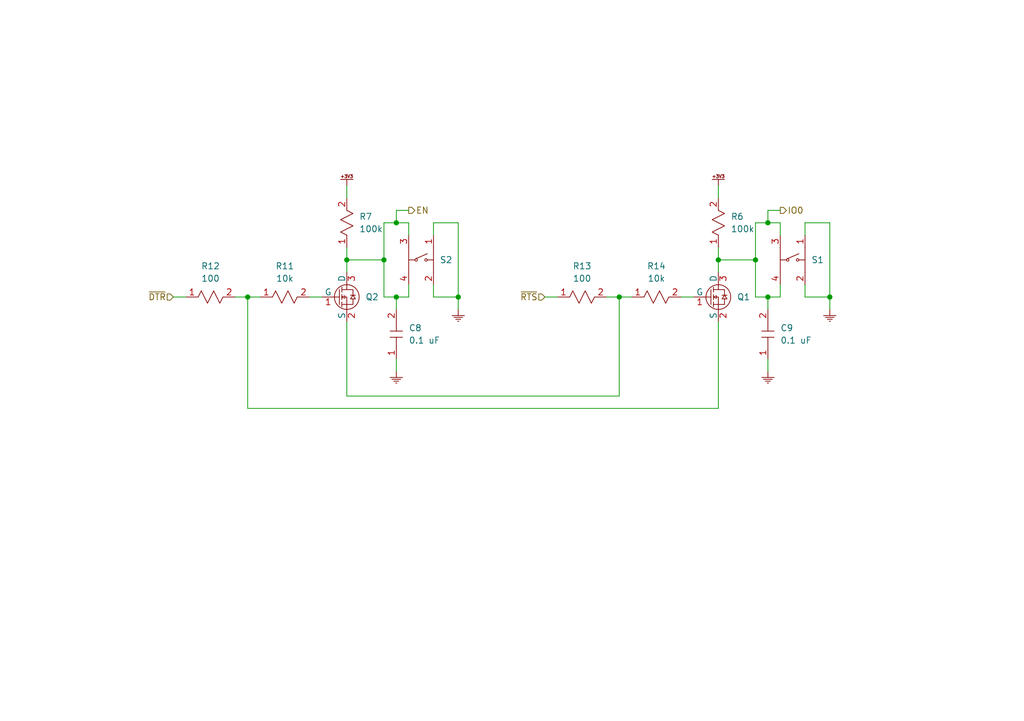
<source format=kicad_sch>
(kicad_sch (version 20230121) (generator eeschema)
  (paper "A5")
  (lib_symbols
    (symbol "BSS816NWH6327XTSA1_1" (pin_names (offset 0))
      (property "Reference" "Q" (at 0 0 0))
      (symbol "BSS816NWH6327XTSA1_1_0_1"
        (polyline (pts (xy 2.54 5.08) (xy 3.556 5.08)))
        (polyline (pts (xy 3.556 6.604) (xy 3.556 3.556)))
        (polyline (pts (xy 4.064 3.048) (xy 4.064 4.064)))
        (polyline (pts (xy 4.064 3.556) (xy 5.08 3.556)))
        (polyline (pts (xy 4.064 5.588) (xy 4.064 4.572)))
        (polyline (pts (xy 4.064 7.112) (xy 4.064 6.096)))
        (polyline (pts (xy 5.842 5.461) (xy 6.858 5.461)))
        (polyline (pts (xy 4.064 6.604) (xy 5.08 6.604) (xy 5.08 7.62)))
        (polyline (pts (xy 4.699 5.08) (xy 5.08 5.08) (xy 5.08 2.54)))
        (polyline (pts (xy 5.08 3.556) (xy 6.35 3.556) (xy 6.35 4.699)))
        (polyline (pts (xy 6.35 5.461) (xy 6.35 6.604) (xy 5.08 6.604)))
        (polyline (pts (xy 4.064 5.08) (xy 4.699 4.826) (xy 4.699 5.334) (xy 4.064 5.08)))
        (polyline (pts (xy 6.35 5.461) (xy 5.842 4.699) (xy 6.858 4.699) (xy 6.35 5.461)))
        (circle (center 5.08 5.08) (radius 2.54))
      )
      (symbol "BSS816NWH6327XTSA1_1_1_1"
        (pin passive line (at 0 5.08 0) (length 2.54) (name "G") (number "1"))
        (pin open_emitter line (at 5.08 0 90) (length 2.54) (name "S") (number "2"))
        (pin open_collector line (at 5.08 10.16 270) (length 2.54) (name "D") (number "3"))
      )
    )
    (symbol "PTS645SM43SMTR92_LFS_1" (pin_names (offset 0))
      (property "Reference" "S" (at 0 0 0))
      (symbol "PTS645SM43SMTR92_LFS_1_0_1"
        (polyline (pts (xy 2.54 0) (xy 7.62 0)))
        (polyline (pts (xy 2.54 5.08) (xy 7.62 5.08)))
        (polyline (pts (xy 3.81 3.81) (xy 4.8514 1.397)))
        (polyline (pts (xy 5.08 0) (xy 5.08 1.27)))
        (polyline (pts (xy 5.08 5.08) (xy 5.08 3.81)))
        (circle (center 5.08 1.524) (radius 0.254))
        (circle (center 5.08 3.556) (radius 0.254))
      )
      (symbol "PTS645SM43SMTR92_LFS_1_1_1"
        (pin passive line (at 0 5.08 0) (length 2.54) (name "") (number "1"))
        (pin passive line (at 10.16 5.08 180) (length 2.54) (name "") (number "2"))
        (pin passive line (at 0 0 0) (length 2.54) (name "") (number "3"))
        (pin passive line (at 10.16 0 180) (length 2.54) (name "") (number "4"))
      )
    )
    (symbol "zandmd:+3V3" (power) (pin_names (offset 0))
      (symbol "+3V3_0_1"
        (polyline (pts (xy -1.27 1.27) (xy 1.27 1.27)))
        (polyline (pts (xy 0 0) (xy 0 1.27)))
      )
      (symbol "+3V3_1_1"
        (text "+3V3" (at 0 1.905 0) (effects (font (size 0.635 0.635))))
        (pin power_in line (at 0 0 90) (length 0) hide (name "+3V3") (number "1"))
      )
    )
    (symbol "zandmd:BSS816NWH6327XTSA1" (pin_names (offset 0))
      (property "Reference" "Q" (at 0 0 0))
      (symbol "BSS816NWH6327XTSA1_0_1"
        (polyline (pts (xy 2.54 5.08) (xy 3.556 5.08)))
        (polyline (pts (xy 3.556 6.604) (xy 3.556 3.556)))
        (polyline (pts (xy 4.064 3.048) (xy 4.064 4.064)))
        (polyline (pts (xy 4.064 3.556) (xy 5.08 3.556)))
        (polyline (pts (xy 4.064 5.588) (xy 4.064 4.572)))
        (polyline (pts (xy 4.064 7.112) (xy 4.064 6.096)))
        (polyline (pts (xy 5.842 5.461) (xy 6.858 5.461)))
        (polyline (pts (xy 4.064 6.604) (xy 5.08 6.604) (xy 5.08 7.62)))
        (polyline (pts (xy 4.699 5.08) (xy 5.08 5.08) (xy 5.08 2.54)))
        (polyline (pts (xy 5.08 3.556) (xy 6.35 3.556) (xy 6.35 4.699)))
        (polyline (pts (xy 6.35 5.461) (xy 6.35 6.604) (xy 5.08 6.604)))
        (polyline (pts (xy 4.064 5.08) (xy 4.699 4.826) (xy 4.699 5.334) (xy 4.064 5.08)))
        (polyline (pts (xy 6.35 5.461) (xy 5.842 4.699) (xy 6.858 4.699) (xy 6.35 5.461)))
        (circle (center 5.08 5.08) (radius 2.54))
      )
      (symbol "BSS816NWH6327XTSA1_1_1"
        (pin passive line (at 0 5.08 0) (length 2.54) (name "G") (number "1"))
        (pin open_emitter line (at 5.08 0 90) (length 2.54) (name "S") (number "2"))
        (pin open_collector line (at 5.08 10.16 270) (length 2.54) (name "D") (number "3"))
      )
    )
    (symbol "zandmd:CAPACITOR" (pin_names (offset 0))
      (property "Reference" "C" (at 0 0 0))
      (property "Value" "C" (at 0 0 0))
      (symbol "CAPACITOR_0_1"
        (polyline (pts (xy 2.54 0) (xy 4.445 0)))
        (polyline (pts (xy 4.445 1.27) (xy 4.445 -1.27)))
        (polyline (pts (xy 5.715 1.27) (xy 5.715 -1.27)))
        (polyline (pts (xy 7.62 0) (xy 5.715 0)))
      )
      (symbol "CAPACITOR_1_1"
        (pin passive line (at 0 0 0) (length 2.54) (name "") (number "1"))
        (pin passive line (at 10.16 0 180) (length 2.54) (name "") (number "2"))
      )
    )
    (symbol "zandmd:GND" (power) (pin_names (offset 0))
      (symbol "GND_0_1"
        (polyline (pts (xy -1.27 -1.27) (xy 1.27 -1.27)))
        (polyline (pts (xy -0.889 -1.651) (xy 0.889 -1.651)))
        (polyline (pts (xy -0.508 -2.032) (xy 0.508 -2.032)))
        (polyline (pts (xy -0.127 -2.413) (xy 0.127 -2.413)))
        (polyline (pts (xy 0 0) (xy 0 -1.27)))
      )
      (symbol "GND_1_1"
        (pin power_in line (at 0 0 270) (length 0) hide (name "GND") (number "1"))
      )
    )
    (symbol "zandmd:PTS645SM43SMTR92_LFS" (pin_names (offset 0))
      (property "Reference" "S" (at 0 0 0))
      (symbol "PTS645SM43SMTR92_LFS_0_1"
        (polyline (pts (xy 2.54 0) (xy 7.62 0)))
        (polyline (pts (xy 2.54 5.08) (xy 7.62 5.08)))
        (polyline (pts (xy 3.81 3.81) (xy 4.8514 1.397)))
        (polyline (pts (xy 5.08 0) (xy 5.08 1.27)))
        (polyline (pts (xy 5.08 5.08) (xy 5.08 3.81)))
        (circle (center 5.08 1.524) (radius 0.254))
        (circle (center 5.08 3.556) (radius 0.254))
      )
      (symbol "PTS645SM43SMTR92_LFS_1_1"
        (pin passive line (at 0 5.08 0) (length 2.54) (name "") (number "1"))
        (pin passive line (at 10.16 5.08 180) (length 2.54) (name "") (number "2"))
        (pin passive line (at 0 0 0) (length 2.54) (name "") (number "3"))
        (pin passive line (at 10.16 0 180) (length 2.54) (name "") (number "4"))
      )
    )
    (symbol "zandmd:RESISTOR" (pin_names (offset 0))
      (property "Reference" "R" (at 0 0 0))
      (property "Value" "R" (at 0 0 0))
      (symbol "RESISTOR_0_1"
        (polyline (pts (xy 2.54 0) (xy 3.175 1.27) (xy 4.445 -1.27) (xy 5.715 1.27) (xy 6.985 -1.27) (xy 7.62 0)))
      )
      (symbol "RESISTOR_1_1"
        (pin passive line (at 0 0 0) (length 2.54) (name "") (number "1"))
        (pin passive line (at 10.16 0 180) (length 2.54) (name "") (number "2"))
      )
    )
  )
  (junction (at 93.98 60.96))
  (junction (at 50.8 60.96))
  (junction (at 157.48 60.96))
  (junction (at 78.74 53.34))
  (junction (at 127 60.96))
  (junction (at 157.48 45.72))
  (junction (at 154.94 53.34))
  (junction (at 71.12 53.34))
  (junction (at 147.32 53.34))
  (junction (at 170.18 60.96))
  (junction (at 81.28 60.96))
  (junction (at 81.28 45.72))
  (wire (pts (xy 48.26 60.96) (xy 50.8 60.96)))
  (wire (pts (xy 50.8 83.82) (xy 147.32 83.82)))
  (wire (pts (xy 139.7 60.96) (xy 142.24 60.96)))
  (wire (pts (xy 78.74 45.72) (xy 78.74 53.34)))
  (wire (pts (xy 71.12 81.28) (xy 71.12 66.04)))
  (wire (pts (xy 35.56 60.96) (xy 38.1 60.96)))
  (wire (pts (xy 81.28 73.66) (xy 81.28 76.2)))
  (wire (pts (xy 157.48 60.96) (xy 160.02 60.96)))
  (wire (pts (xy 81.28 43.18) (xy 81.28 45.72)))
  (wire (pts (xy 71.12 50.8) (xy 71.12 53.34)))
  (wire (pts (xy 88.9 58.42) (xy 88.9 60.96)))
  (wire (pts (xy 111.76 60.96) (xy 114.3 60.96)))
  (wire (pts (xy 93.98 45.72) (xy 88.9 45.72)))
  (wire (pts (xy 88.9 45.72) (xy 88.9 48.26)))
  (wire (pts (xy 157.48 45.72) (xy 154.94 45.72)))
  (wire (pts (xy 160.02 48.26) (xy 160.02 45.72)))
  (wire (pts (xy 157.48 60.96) (xy 157.48 63.5)))
  (wire (pts (xy 81.28 45.72) (xy 78.74 45.72)))
  (wire (pts (xy 83.82 45.72) (xy 81.28 45.72)))
  (wire (pts (xy 93.98 45.72) (xy 93.98 60.96)))
  (wire (pts (xy 50.8 60.96) (xy 50.8 83.82)))
  (wire (pts (xy 127 60.96) (xy 129.54 60.96)))
  (wire (pts (xy 147.32 38.1) (xy 147.32 40.64)))
  (wire (pts (xy 165.1 60.96) (xy 170.18 60.96)))
  (wire (pts (xy 78.74 60.96) (xy 81.28 60.96)))
  (wire (pts (xy 83.82 58.42) (xy 83.82 60.96)))
  (wire (pts (xy 147.32 50.8) (xy 147.32 53.34)))
  (wire (pts (xy 147.32 53.34) (xy 147.32 55.88)))
  (wire (pts (xy 88.9 60.96) (xy 93.98 60.96)))
  (wire (pts (xy 165.1 58.42) (xy 165.1 60.96)))
  (wire (pts (xy 127 60.96) (xy 127 81.28)))
  (wire (pts (xy 71.12 53.34) (xy 71.12 55.88)))
  (wire (pts (xy 154.94 60.96) (xy 157.48 60.96)))
  (wire (pts (xy 147.32 53.34) (xy 154.94 53.34)))
  (wire (pts (xy 50.8 60.96) (xy 53.34 60.96)))
  (wire (pts (xy 170.18 45.72) (xy 165.1 45.72)))
  (wire (pts (xy 71.12 53.34) (xy 78.74 53.34)))
  (wire (pts (xy 160.02 58.42) (xy 160.02 60.96)))
  (wire (pts (xy 83.82 48.26) (xy 83.82 45.72)))
  (wire (pts (xy 154.94 53.34) (xy 154.94 60.96)))
  (wire (pts (xy 81.28 60.96) (xy 81.28 63.5)))
  (wire (pts (xy 63.5 60.96) (xy 66.04 60.96)))
  (wire (pts (xy 124.46 60.96) (xy 127 60.96)))
  (wire (pts (xy 170.18 45.72) (xy 170.18 60.96)))
  (wire (pts (xy 165.1 45.72) (xy 165.1 48.26)))
  (wire (pts (xy 157.48 73.66) (xy 157.48 76.2)))
  (wire (pts (xy 170.18 60.96) (xy 170.18 63.5)))
  (wire (pts (xy 93.98 60.96) (xy 93.98 63.5)))
  (wire (pts (xy 78.74 53.34) (xy 78.74 60.96)))
  (wire (pts (xy 160.02 43.18) (xy 157.48 43.18)))
  (wire (pts (xy 157.48 43.18) (xy 157.48 45.72)))
  (wire (pts (xy 83.82 43.18) (xy 81.28 43.18)))
  (wire (pts (xy 71.12 38.1) (xy 71.12 40.64)))
  (wire (pts (xy 147.32 83.82) (xy 147.32 66.04)))
  (wire (pts (xy 81.28 60.96) (xy 83.82 60.96)))
  (wire (pts (xy 160.02 45.72) (xy 157.48 45.72)))
  (wire (pts (xy 154.94 45.72) (xy 154.94 53.34)))
  (wire (pts (xy 127 81.28) (xy 71.12 81.28)))
  (hierarchical_label "EN" (shape output) (at 83.82 43.18 0))
  (hierarchical_label "IO0" (shape output) (at 160.02 43.18 0))
  (hierarchical_label "~{DTR}" (shape input) (at 35.56 60.96 180))
  (hierarchical_label "~{RTS}" (shape input) (at 111.76 60.96 180))
  (symbol (lib_id "zandmd:+3V3") (at 147.32 38.1 0) (unit 1)
    (property "Reference" "#PWR019" (effects hide))
    (property "Value" "+3V3" (effects hide))
    (property "Sim.Device" "V" (effects hide))
    (property "Sim.Type" "DC" (effects hide))
    (property "Sim.Pins" "1=+" (effects hide))
    (property "Sim.Params" "dc=3.3" (effects hide))
  )
  (symbol (lib_name "PTS645SM43SMTR92_LFS_1") (lib_id "zandmd:PTS645SM43SMTR92_LFS") (at 83.82 48.26 270) (unit 1)
    (property "Reference" "S2" (at 90.17 53.34 90) (effects (justify left)))
    (property "Value" "PTS645SM43SMTR92 LFS" (effects hide))
    (property "Footprint" "zandmd:PTS645SM43SMTR92 LFS" (effects hide))
    (property "Datasheet" "https://www.ckswitches.com/media/1471/pts645.pdf" (effects hide))
    (property "Sim.Enable" "0" (effects hide))
  )
  (symbol (lib_id "zandmd:CAPACITOR") (at 157.48 73.66 90) (unit 1)
    (property "Reference" "C9" (at 160.02 67.31 90) (effects (justify right)))
    (property "Value" "0.1 uF" (at 160.02 69.85 90) (effects (justify right)))
    (property "Footprint" "zandmd:PASSIVE-NPOL-0805" (effects hide))
    (property "Sim.Device" "C" (effects hide))
    (property "Sim.Pins" "1=+ 2=-" (effects hide))
  )
  (symbol (lib_id "zandmd:CAPACITOR") (at 81.28 73.66 90) (unit 1)
    (property "Reference" "C8" (at 83.82 67.31 90) (effects (justify right)))
    (property "Value" "0.1 uF" (at 83.82 69.85 90) (effects (justify right)))
    (property "Footprint" "zandmd:PASSIVE-NPOL-0805" (effects hide))
    (property "Sim.Device" "C" (effects hide))
    (property "Sim.Pins" "1=+ 2=-" (effects hide))
  )
  (symbol (lib_id "zandmd:PTS645SM43SMTR92_LFS") (at 160.02 48.26 270) (unit 1)
    (property "Reference" "S1" (at 166.37 53.34 90) (effects (justify left)))
    (property "Value" "PTS645SM43SMTR92 LFS" (effects hide))
    (property "Footprint" "zandmd:PTS645SM43SMTR92 LFS" (effects hide))
    (property "Datasheet" "https://www.ckswitches.com/media/1471/pts645.pdf" (effects hide))
    (property "Sim.Enable" "0" (effects hide))
  )
  (symbol (lib_name "BSS816NWH6327XTSA1_1") (lib_id "zandmd:BSS816NWH6327XTSA1") (at 66.04 66.04 0) (unit 1)
    (property "Reference" "Q2" (at 74.93 60.96 0) (effects (justify left)))
    (property "Value" "BSS816NWH6327XTSA1" (effects hide))
    (property "Footprint" "zandmd:BSS816NWH6327XTSA1" (effects hide))
    (property "Datasheet" "https://www.infineon.com/dgdl/Infineon-BSS816NW-DS-v02_03-en.pdf?fileId=db3a304335113a6301351e704a2e1332" (effects hide))
    (property "Sim.Device" "SUBCKT" (effects hide))
    (property "Sim.Pins" "1=gate 2=source 3=drain" (effects hide))
    (property "Sim.Library" "..\\sim\\BSS816NWH6327XTSA1.lib" (effects hide))
    (property "Sim.Name" "BSS816NW_L0" (effects hide))
  )
  (symbol (lib_id "zandmd:RESISTOR") (at 38.1 60.96 0) (unit 1)
    (property "Reference" "R12" (at 43.18 54.61 0))
    (property "Value" "100" (at 43.18 57.15 0))
    (property "Footprint" "zandmd:PASSIVE-NPOL-0805" (effects hide))
    (property "Sim.Device" "R" (effects hide))
    (property "Sim.Pins" "1=+ 2=-" (effects hide))
  )
  (symbol (lib_id "zandmd:GND") (at 93.98 63.5 0) (unit 1)
    (property "Reference" "#PWR017" (effects hide))
    (property "Value" "GND" (effects hide))
  )
  (symbol (lib_id "zandmd:+3V3") (at 71.12 38.1 0) (unit 1)
    (property "Reference" "#PWR016" (effects hide))
    (property "Value" "+3V3" (effects hide))
    (property "Sim.Device" "V" (effects hide))
    (property "Sim.Type" "DC" (effects hide))
    (property "Sim.Pins" "1=+" (effects hide))
    (property "Sim.Params" "dc=3.3" (effects hide))
  )
  (symbol (lib_id "zandmd:GND") (at 81.28 76.2 0) (unit 1)
    (property "Reference" "#PWR018" (effects hide))
    (property "Value" "GND" (effects hide))
  )
  (symbol (lib_id "zandmd:RESISTOR") (at 147.32 50.8 90) (unit 1)
    (property "Reference" "R6" (at 149.86 44.45 90) (effects (justify right)))
    (property "Value" "100k" (at 149.86 46.99 90) (effects (justify right)))
    (property "Footprint" "zandmd:PASSIVE-NPOL-0805" (effects hide))
    (property "Sim.Device" "R" (effects hide))
    (property "Sim.Pins" "1=+ 2=-" (effects hide))
  )
  (symbol (lib_id "zandmd:RESISTOR") (at 71.12 50.8 90) (unit 1)
    (property "Reference" "R7" (at 73.66 44.45 90) (effects (justify right)))
    (property "Value" "100k" (at 73.66 46.99 90) (effects (justify right)))
    (property "Footprint" "zandmd:PASSIVE-NPOL-0805" (effects hide))
    (property "Sim.Device" "R" (effects hide))
    (property "Sim.Pins" "1=+ 2=-" (effects hide))
  )
  (symbol (lib_id "zandmd:GND") (at 170.18 63.5 0) (unit 1)
    (property "Reference" "#PWR021" (effects hide))
    (property "Value" "GND" (effects hide))
  )
  (symbol (lib_id "zandmd:RESISTOR") (at 53.34 60.96 0) (unit 1)
    (property "Reference" "R11" (at 58.42 54.61 0))
    (property "Value" "10k" (at 58.42 57.15 0))
    (property "Footprint" "zandmd:PASSIVE-NPOL-0805" (effects hide))
    (property "Sim.Device" "R" (effects hide))
    (property "Sim.Pins" "1=+ 2=-" (effects hide))
  )
  (symbol (lib_id "zandmd:GND") (at 157.48 76.2 0) (unit 1)
    (property "Reference" "#PWR020" (effects hide))
    (property "Value" "GND" (effects hide))
  )
  (symbol (lib_id "zandmd:RESISTOR") (at 114.3 60.96 0) (unit 1)
    (property "Reference" "R13" (at 119.38 54.61 0))
    (property "Value" "100" (at 119.38 57.15 0))
    (property "Footprint" "zandmd:PASSIVE-NPOL-0805" (effects hide))
    (property "Sim.Device" "R" (effects hide))
    (property "Sim.Pins" "1=+ 2=-" (effects hide))
  )
  (symbol (lib_id "zandmd:BSS816NWH6327XTSA1") (at 142.24 66.04 0) (unit 1)
    (property "Reference" "Q1" (at 151.13 60.96 0) (effects (justify left)))
    (property "Value" "BSS816NWH6327XTSA1" (effects hide))
    (property "Footprint" "zandmd:BSS816NWH6327XTSA1" (effects hide))
    (property "Datasheet" "https://www.infineon.com/dgdl/Infineon-BSS816NW-DS-v02_03-en.pdf?fileId=db3a304335113a6301351e704a2e1332" (effects hide))
    (property "Sim.Device" "SUBCKT" (effects hide))
    (property "Sim.Pins" "1=gate 2=source 3=drain" (effects hide))
    (property "Sim.Library" "..\\sim\\BSS816NWH6327XTSA1.lib" (effects hide))
    (property "Sim.Name" "BSS816NW_L0" (effects hide))
  )
  (symbol (lib_id "zandmd:RESISTOR") (at 129.54 60.96 0) (unit 1)
    (property "Reference" "R14" (at 134.62 54.61 0))
    (property "Value" "10k" (at 134.62 57.15 0))
    (property "Footprint" "zandmd:PASSIVE-NPOL-0805" (effects hide))
    (property "Sim.Device" "R" (effects hide))
    (property "Sim.Pins" "1=+ 2=-" (effects hide))
  )
)
</source>
